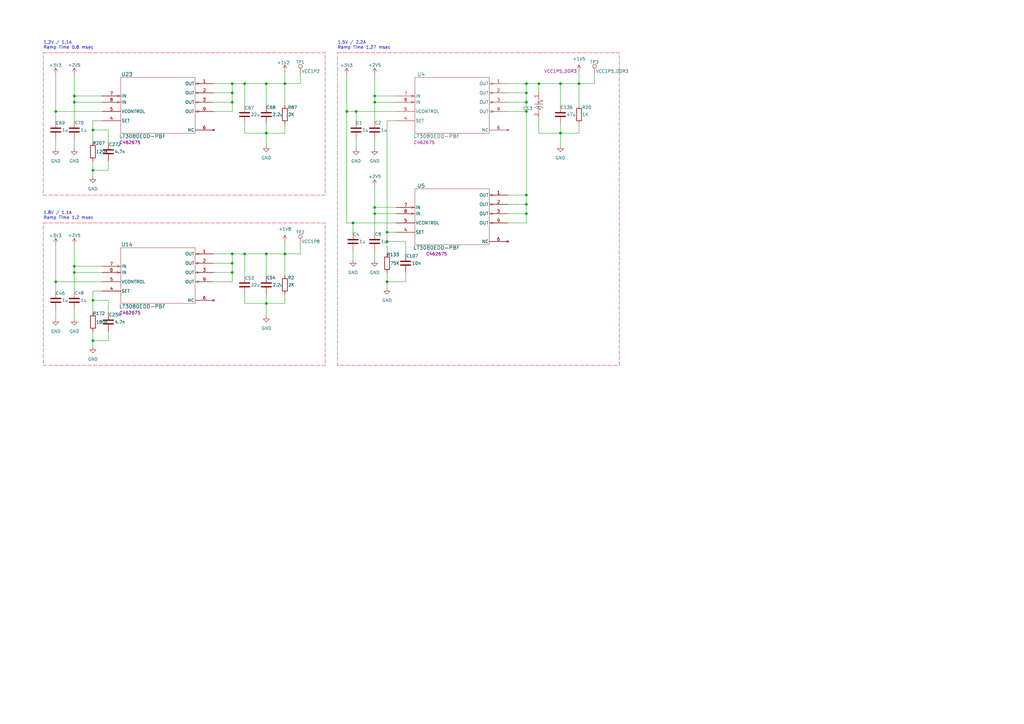
<source format=kicad_sch>
(kicad_sch (version 20230121) (generator eeschema)
  (paper "A3")
  (title_block (title "Shell-Shock Board") (date "2026-02-07") (company "Nordfix") (comment 1 "Power - 1.2V, 1.5V, 1.9V, 9V "))
  (lib_symbols
    (symbol "Connector:TestPoint" (pin_numbers hide) (pin_names (offset 0.762) hide)
      (property "Reference" "TP" (at 0 6.858 0))
      (property "Value" "TestPoint" (at 0 5.08 0))
      (symbol "TestPoint_0_1"
        (circle (center 0 3.302) (radius 0.762))
      )
      (symbol "TestPoint_1_1"
        (pin passive line (at 0 0 90) (length 2.54) (name "1") (number "1"))
      )
    )
    (symbol "Device:C" (pin_numbers hide) (pin_names (offset 0.254))
      (property "Reference" "C" (at 0.635 2.54 0))
      (property "Value" "C" (at 0.635 -2.54 0))
      (symbol "C_0_1"
        (polyline (pts (xy -2.032 -0.762) (xy 2.032 -0.762)) (stroke (width 0.508)))
        (polyline (pts (xy -2.032 0.762) (xy 2.032 0.762)) (stroke (width 0.508)))
      )
      (symbol "C_1_1"
        (pin passive line (at 0 3.81 270) (length 2.794) (name "~") (number "1"))
        (pin passive line (at 0 -3.81 90) (length 2.794) (name "~") (number "2"))
      )
    )
    (symbol "Device:R" (pin_numbers hide) (pin_names (offset 0))
      (property "Reference" "R" (at 2.032 0 90))
      (property "Value" "R" (at 0 0 90))
      (symbol "R_0_1"
        (rectangle (start -1.016 -2.54) (end 1.016 2.54) (stroke (width 0.254)))
      )
      (symbol "R_1_1"
        (pin passive line (at 0 3.81 270) (length 1.27) (name "~") (number "1"))
        (pin passive line (at 0 -3.81 90) (length 1.27) (name "~") (number "2"))
      )
    )
    (symbol "LCSC:T520A107M006ATE070"
      (property "Reference" "C" (at 0 5.08 0))
      (property "Value" "T520A107M006ATE070" (at 0 -5.08 0))
      (symbol "T520A107M006ATE070_0_1"
        (polyline (pts (xy -2.54 0) (xy -0.51 0)))
        (polyline (pts (xy -2.29 1.27) (xy -1.27 1.27)))
        (polyline (pts (xy -1.78 1.78) (xy -1.78 0.76)))
        (polyline (pts (xy -0.51 1.78) (xy -0.51 -1.78)))
        (polyline (pts (xy 0.51 0) (xy 2.54 0)))
        (arc (start 1.15 1.79) (mid 0.4221 0.024) (end 1.13 -1.75))
        (pin input line (at -5.08 0 0) (length 2.54) (name "1") (number "1"))
        (pin input line (at 5.08 0 180) (length 2.54) (name "2") (number "2"))
      )
    )
    (symbol "LT3080:LT3080EDD-PBF" (pin_names (offset 0.254))
      (property "Reference" "U1" (at 10.16 6.35 0))
      (property "Value" "LT3080EDD-PBF" (at 16.51 -19.05 0))
      (symbol "LT3080EDD-PBF_0_1"
        (polyline (pts (xy 7.0993 -5.08) (xy 6.0579 -5.6007)) (stroke (width 0.127)))
        (polyline (pts (xy 7.0993 -5.08) (xy 6.0579 -4.5593)) (stroke (width 0.127)))
        (polyline (pts (xy 7.0993 -2.54) (xy 6.0579 -3.0607)) (stroke (width 0.127)))
        (polyline (pts (xy 7.0993 -2.54) (xy 6.0579 -2.0193)) (stroke (width 0.127)))
        (polyline (pts (xy 7.62 -17.78) (xy 38.1 -17.78)) (stroke (width 0.127)))
        (polyline (pts (xy 7.62 5.08) (xy 7.62 -17.78)) (stroke (width 0.127)))
        (polyline (pts (xy 38.1 -17.78) (xy 38.1 5.08)) (stroke (width 0.127)))
        (polyline (pts (xy 38.1 5.08) (xy 7.62 5.08)) (stroke (width 0.127)))
        (polyline (pts (xy 38.6207 -5.6007) (xy 39.6621 -5.08)) (stroke (width 0.127)))
        (polyline (pts (xy 38.6207 -4.5593) (xy 39.6621 -5.08)) (stroke (width 0.127)))
        (polyline (pts (xy 38.6207 -1.7907) (xy 39.6621 -1.27)) (stroke (width 0.127)))
        (polyline (pts (xy 38.6207 -0.7493) (xy 39.6621 -1.27)) (stroke (width 0.127)))
        (polyline (pts (xy 38.6428 1.9897) (xy 39.6842 2.5104)) (stroke (width 0.127)))
        (polyline (pts (xy 38.6428 3.0311) (xy 39.6842 2.5104)) (stroke (width 0.127)))
        (polyline (pts (xy 38.749 -9.4309) (xy 39.7904 -8.9102)) (stroke (width 0.127)))
        (polyline (pts (xy 38.749 -8.3895) (xy 39.7904 -8.9102)) (stroke (width 0.127)))
        (pin output line (at 45.72 2.54 180) (length 7.62) (name "OUT") (number "1"))
        (pin output line (at 45.72 -1.27 180) (length 7.62) (name "OUT") (number "2"))
        (pin output line (at 45.72 -5.08 180) (length 7.62) (name "OUT") (number "3"))
        (pin input line (at 0 -12.7 0) (length 7.62) (name "SET") (number "4"))
        (pin power_in line (at 0 -8.89 0) (length 7.62) (name "VCONTROL") (number "5"))
        (pin no_connect line (at 45.72 -16.51 180) (length 7.62) (name "NC") (number "6"))
        (pin input line (at 0 -2.54 0) (length 7.62) (name "IN") (number "7"))
        (pin input line (at 0 -5.08 0) (length 7.62) (name "IN") (number "8"))
      )
      (symbol "LT3080EDD-PBF_1_1"
        (pin output line (at 45.72 -8.89 180) (length 7.62) (name "OUT") (number "9"))
      )
    )
    (symbol "LT3080EDD-PBF_1" (pin_names (offset 0.254))
      (property "Reference" "U14" (at 10.16 6.35 0))
      (property "Value" "LT3080EDD-PBF" (at 16.51 -19.05 0))
      (symbol "LT3080EDD-PBF_1_0_1"
        (polyline (pts (xy 7.0993 -5.08) (xy 6.0579 -5.6007)) (stroke (width 0.127)))
        (polyline (pts (xy 7.0993 -5.08) (xy 6.0579 -4.5593)) (stroke (width 0.127)))
        (polyline (pts (xy 7.0993 -2.54) (xy 6.0579 -3.0607)) (stroke (width 0.127)))
        (polyline (pts (xy 7.0993 -2.54) (xy 6.0579 -2.0193)) (stroke (width 0.127)))
        (polyline (pts (xy 7.62 -17.78) (xy 38.1 -17.78)) (stroke (width 0.127)))
        (polyline (pts (xy 7.62 5.08) (xy 7.62 -17.78)) (stroke (width 0.127)))
        (polyline (pts (xy 38.1 -17.78) (xy 38.1 5.08)) (stroke (width 0.127)))
        (polyline (pts (xy 38.1 5.08) (xy 7.62 5.08)) (stroke (width 0.127)))
        (polyline (pts (xy 38.6207 -5.6007) (xy 39.6621 -5.08)) (stroke (width 0.127)))
        (polyline (pts (xy 38.6207 -4.5593) (xy 39.6621 -5.08)) (stroke (width 0.127)))
        (polyline (pts (xy 38.6207 -1.7907) (xy 39.6621 -1.27)) (stroke (width 0.127)))
        (polyline (pts (xy 38.6207 -0.7493) (xy 39.6621 -1.27)) (stroke (width 0.127)))
        (polyline (pts (xy 38.6428 1.9897) (xy 39.6842 2.5104)) (stroke (width 0.127)))
        (polyline (pts (xy 38.6428 3.0311) (xy 39.6842 2.5104)) (stroke (width 0.127)))
        (polyline (pts (xy 38.749 -9.4309) (xy 39.7904 -8.9102)) (stroke (width 0.127)))
        (polyline (pts (xy 38.749 -8.3895) (xy 39.7904 -8.9102)) (stroke (width 0.127)))
        (pin output line (at 45.72 2.54 180) (length 7.62) (name "OUT") (number "1"))
        (pin output line (at 45.72 -1.27 180) (length 7.62) (name "OUT") (number "2"))
        (pin output line (at 45.72 -5.08 180) (length 7.62) (name "OUT") (number "3"))
        (pin input line (at 0 -12.7 0) (length 7.62) (name "SET") (number "4"))
        (pin power_in line (at 0 -8.89 0) (length 7.62) (name "VCONTROL") (number "5"))
        (pin no_connect line (at 45.72 -16.51 180) (length 7.62) (name "NC") (number "6"))
        (pin input line (at 0 -2.54 0) (length 7.62) (name "IN") (number "7"))
        (pin input line (at 0 -5.08 0) (length 7.62) (name "IN") (number "8"))
      )
      (symbol "LT3080EDD-PBF_1_1_1"
        (pin output line (at 45.72 -8.89 180) (length 7.62) (name "OUT") (number "9"))
      )
    )
    (symbol "LT3080EDD-PBF_2" (pin_names (offset 0.254))
      (property "Reference" "U1" (at 10.16 6.35 0))
      (property "Value" "LT3080EDD-PBF" (at 16.51 -19.05 0))
      (symbol "LT3080EDD-PBF_2_0_1"
        (polyline (pts (xy 7.0993 -5.08) (xy 6.0579 -5.6007)) (stroke (width 0.127)))
        (polyline (pts (xy 7.0993 -5.08) (xy 6.0579 -4.5593)) (stroke (width 0.127)))
        (polyline (pts (xy 7.0993 -2.54) (xy 6.0579 -3.0607)) (stroke (width 0.127)))
        (polyline (pts (xy 7.0993 -2.54) (xy 6.0579 -2.0193)) (stroke (width 0.127)))
        (polyline (pts (xy 7.62 -17.78) (xy 38.1 -17.78)) (stroke (width 0.127)))
        (polyline (pts (xy 7.62 5.08) (xy 7.62 -17.78)) (stroke (width 0.127)))
        (polyline (pts (xy 38.1 -17.78) (xy 38.1 5.08)) (stroke (width 0.127)))
        (polyline (pts (xy 38.1 5.08) (xy 7.62 5.08)) (stroke (width 0.127)))
        (polyline (pts (xy 38.6207 -5.6007) (xy 39.6621 -5.08)) (stroke (width 0.127)))
        (polyline (pts (xy 38.6207 -4.5593) (xy 39.6621 -5.08)) (stroke (width 0.127)))
        (polyline (pts (xy 38.6207 -1.7907) (xy 39.6621 -1.27)) (stroke (width 0.127)))
        (polyline (pts (xy 38.6207 -0.7493) (xy 39.6621 -1.27)) (stroke (width 0.127)))
        (polyline (pts (xy 38.6428 1.9897) (xy 39.6842 2.5104)) (stroke (width 0.127)))
        (polyline (pts (xy 38.6428 3.0311) (xy 39.6842 2.5104)) (stroke (width 0.127)))
        (polyline (pts (xy 38.749 -9.4309) (xy 39.7904 -8.9102)) (stroke (width 0.127)))
        (polyline (pts (xy 38.749 -8.3895) (xy 39.7904 -8.9102)) (stroke (width 0.127)))
        (pin output line (at 45.72 2.54 180) (length 7.62) (name "OUT") (number "1"))
        (pin output line (at 45.72 -1.27 180) (length 7.62) (name "OUT") (number "2"))
        (pin output line (at 45.72 -5.08 180) (length 7.62) (name "OUT") (number "3"))
        (pin input line (at 0 -12.7 0) (length 7.62) (name "SET") (number "4"))
        (pin power_in line (at 0 -8.89 0) (length 7.62) (name "VCONTROL") (number "5"))
        (pin no_connect line (at 45.72 -16.51 180) (length 7.62) (name "NC") (number "6"))
        (pin input line (at 0 -2.54 0) (length 7.62) (name "IN") (number "7"))
        (pin input line (at 0 -5.08 0) (length 7.62) (name "IN") (number "8"))
      )
      (symbol "LT3080EDD-PBF_2_1_1"
        (pin output line (at 45.72 -8.89 180) (length 7.62) (name "OUT") (number "9"))
      )
    )
    (symbol "LT3080EDD-PBF_3" (pin_names (offset 0.254))
      (property "Reference" "U1" (at 10.16 6.35 0))
      (property "Value" "LT3080EDD-PBF" (at 16.51 -19.05 0))
      (symbol "LT3080EDD-PBF_3_0_1"
        (polyline (pts (xy 7.0993 -5.08) (xy 6.0579 -5.6007)) (stroke (width 0.127)))
        (polyline (pts (xy 7.0993 -5.08) (xy 6.0579 -4.5593)) (stroke (width 0.127)))
        (polyline (pts (xy 7.0993 -2.54) (xy 6.0579 -3.0607)) (stroke (width 0.127)))
        (polyline (pts (xy 7.0993 -2.54) (xy 6.0579 -2.0193)) (stroke (width 0.127)))
        (polyline (pts (xy 7.62 -17.78) (xy 38.1 -17.78)) (stroke (width 0.127)))
        (polyline (pts (xy 7.62 5.08) (xy 7.62 -17.78)) (stroke (width 0.127)))
        (polyline (pts (xy 38.1 -17.78) (xy 38.1 5.08)) (stroke (width 0.127)))
        (polyline (pts (xy 38.1 5.08) (xy 7.62 5.08)) (stroke (width 0.127)))
        (polyline (pts (xy 38.6207 -5.6007) (xy 39.6621 -5.08)) (stroke (width 0.127)))
        (polyline (pts (xy 38.6207 -4.5593) (xy 39.6621 -5.08)) (stroke (width 0.127)))
        (polyline (pts (xy 38.6207 -1.7907) (xy 39.6621 -1.27)) (stroke (width 0.127)))
        (polyline (pts (xy 38.6207 -0.7493) (xy 39.6621 -1.27)) (stroke (width 0.127)))
        (polyline (pts (xy 38.6428 1.9897) (xy 39.6842 2.5104)) (stroke (width 0.127)))
        (polyline (pts (xy 38.6428 3.0311) (xy 39.6842 2.5104)) (stroke (width 0.127)))
        (polyline (pts (xy 38.749 -9.4309) (xy 39.7904 -8.9102)) (stroke (width 0.127)))
        (polyline (pts (xy 38.749 -8.3895) (xy 39.7904 -8.9102)) (stroke (width 0.127)))
        (pin output line (at 45.72 2.54 180) (length 7.62) (name "OUT") (number "1"))
        (pin output line (at 45.72 -1.27 180) (length 7.62) (name "OUT") (number "2"))
        (pin output line (at 45.72 -5.08 180) (length 7.62) (name "OUT") (number "3"))
        (pin input line (at 0 -12.7 0) (length 7.62) (name "SET") (number "4"))
        (pin power_in line (at 0 -8.89 0) (length 7.62) (name "VCONTROL") (number "5"))
        (pin no_connect line (at 45.72 -16.51 180) (length 7.62) (name "NC") (number "6"))
        (pin input line (at 0 -2.54 0) (length 7.62) (name "IN") (number "7"))
        (pin input line (at 0 -5.08 0) (length 7.62) (name "IN") (number "8"))
      )
      (symbol "LT3080EDD-PBF_3_1_1"
        (pin output line (at 45.72 -8.89 180) (length 7.62) (name "OUT") (number "9"))
      )
    )
    (symbol "power:+1V2" (power) (pin_names (offset 0))
      (property "Value" "+1V2" (at 0 3.556 0))
      (symbol "+1V2_0_1"
        (polyline (pts (xy -0.762 1.27) (xy 0 2.54)))
        (polyline (pts (xy 0 0) (xy 0 2.54)))
        (polyline (pts (xy 0 2.54) (xy 0.762 1.27)))
      )
      (symbol "+1V2_1_1"
        (pin power_in line (at 0 0 90) (length 0) hide (name "+1V2") (number "1"))
      )
    )
    (symbol "power:+1V5" (power) (pin_names (offset 0))
      (property "Value" "+1V5" (at 0 3.556 0))
      (symbol "+1V5_0_1"
        (polyline (pts (xy -0.762 1.27) (xy 0 2.54)))
        (polyline (pts (xy 0 0) (xy 0 2.54)))
        (polyline (pts (xy 0 2.54) (xy 0.762 1.27)))
      )
      (symbol "+1V5_1_1"
        (pin power_in line (at 0 0 90) (length 0) hide (name "+1V5") (number "1"))
      )
    )
    (symbol "power:+1V8" (power) (pin_names (offset 0))
      (property "Value" "+1V8" (at 0 3.556 0))
      (symbol "+1V8_0_1"
        (polyline (pts (xy -0.762 1.27) (xy 0 2.54)))
        (polyline (pts (xy 0 0) (xy 0 2.54)))
        (polyline (pts (xy 0 2.54) (xy 0.762 1.27)))
      )
      (symbol "+1V8_1_1"
        (pin power_in line (at 0 0 90) (length 0) hide (name "+1V8") (number "1"))
      )
    )
    (symbol "power:+2V5" (power) (pin_names (offset 0))
      (property "Value" "+2V5" (at 0 3.556 0))
      (symbol "+2V5_0_1"
        (polyline (pts (xy -0.762 1.27) (xy 0 2.54)))
        (polyline (pts (xy 0 0) (xy 0 2.54)))
        (polyline (pts (xy 0 2.54) (xy 0.762 1.27)))
      )
      (symbol "+2V5_1_1"
        (pin power_in line (at 0 0 90) (length 0) hide (name "+2V5") (number "1"))
      )
    )
    (symbol "power:+3V3" (power) (pin_names (offset 0))
      (property "Value" "+3V3" (at 0 3.556 0))
      (symbol "+3V3_0_1"
        (polyline (pts (xy -0.762 1.27) (xy 0 2.54)))
        (polyline (pts (xy 0 0) (xy 0 2.54)))
        (polyline (pts (xy 0 2.54) (xy 0.762 1.27)))
      )
      (symbol "+3V3_1_1"
        (pin power_in line (at 0 0 90) (length 0) hide (name "+3V3") (number "1"))
      )
    )
    (symbol "power:GND" (power) (pin_names (offset 0))
      (property "Value" "GND" (at 0 -3.81 0))
      (symbol "GND_0_1"
        (polyline (pts (xy 0 0) (xy 0 -1.27) (xy 1.27 -1.27) (xy 0 -2.54) (xy -1.27 -1.27) (xy 0 -1.27)))
      )
      (symbol "GND_1_1"
        (pin power_in line (at 0 0 270) (length 0) hide (name "GND") (number "1"))
      )
    )
  )
  (junction (at 220.98 34.29))
  (junction (at 153.67 85.09))
  (junction (at 109.22 104.14))
  (junction (at 153.67 41.91))
  (junction (at 38.1 139.7))
  (junction (at 109.22 54.61))
  (junction (at 95.25 41.91))
  (junction (at 95.25 38.1))
  (junction (at 95.25 34.29))
  (junction (at 215.9 41.91))
  (junction (at 109.22 124.46))
  (junction (at 237.49 34.29))
  (junction (at 142.24 45.72))
  (junction (at 95.25 111.76))
  (junction (at 109.22 34.29))
  (junction (at 22.86 45.72))
  (junction (at 95.25 107.95))
  (junction (at 158.75 95.25))
  (junction (at 158.75 115.57))
  (junction (at 22.86 115.57))
  (junction (at 100.33 34.29))
  (junction (at 153.67 39.37))
  (junction (at 116.84 104.14))
  (junction (at 215.9 83.82))
  (junction (at 144.78 91.44))
  (junction (at 116.84 34.29))
  (junction (at 95.25 104.14))
  (junction (at 158.75 99.06))
  (junction (at 215.9 38.1))
  (junction (at 38.1 53.34))
  (junction (at 229.87 34.29))
  (junction (at 215.9 45.72))
  (junction (at 30.48 109.22))
  (junction (at 146.05 45.72))
  (junction (at 153.67 87.63))
  (junction (at 30.48 111.76))
  (junction (at 229.87 54.61))
  (junction (at 38.1 69.85))
  (junction (at 38.1 123.19))
  (junction (at 30.48 41.91))
  (junction (at 215.9 34.29))
  (junction (at 215.9 87.63))
  (junction (at 100.33 104.14))
  (junction (at 215.9 80.01))
  (junction (at 30.48 39.37))
  (wire (pts (xy 243.84 34.29) (xy 243.84 30.48)))
  (wire (pts (xy 116.84 104.14) (xy 123.19 104.14)))
  (wire (pts (xy 153.67 41.91) (xy 153.67 49.53)))
  (wire (pts (xy 109.22 104.14) (xy 116.84 104.14)))
  (wire (pts (xy 142.24 45.72) (xy 142.24 91.44)))
  (wire (pts (xy 158.75 115.57) (xy 166.37 115.57)))
  (wire (pts (xy 153.67 102.87) (xy 153.67 106.68)))
  (wire (pts (xy 237.49 34.29) (xy 243.84 34.29)))
  (wire (pts (xy 109.22 54.61) (xy 116.84 54.61)))
  (wire (pts (xy 100.33 34.29) (xy 109.22 34.29)))
  (wire (pts (xy 109.22 129.54) (xy 109.22 124.46)))
  (wire (pts (xy 22.86 45.72) (xy 22.86 49.53)))
  (wire (pts (xy 142.24 30.48) (xy 142.24 45.72)))
  (wire (pts (xy 220.98 34.29) (xy 220.98 38.1)))
  (wire (pts (xy 95.25 107.95) (xy 95.25 111.76)))
  (wire (pts (xy 38.1 123.19) (xy 38.1 119.38)))
  (wire (pts (xy 158.75 49.53) (xy 162.56 49.53)))
  (wire (pts (xy 237.49 50.8) (xy 237.49 54.61)))
  (wire (pts (xy 153.67 85.09) (xy 162.56 85.09)))
  (wire (pts (xy 109.22 59.69) (xy 109.22 54.61)))
  (wire (pts (xy 30.48 39.37) (xy 30.48 41.91)))
  (wire (pts (xy 237.49 34.29) (xy 237.49 43.18)))
  (wire (pts (xy 220.98 48.26) (xy 220.98 54.61)))
  (wire (pts (xy 208.28 41.91) (xy 215.9 41.91)))
  (wire (pts (xy 87.63 38.1) (xy 95.25 38.1)))
  (wire (pts (xy 116.84 34.29) (xy 116.84 43.18)))
  (wire (pts (xy 158.75 115.57) (xy 158.75 118.11)))
  (wire (pts (xy 95.25 107.95) (xy 95.25 104.14)))
  (wire (pts (xy 215.9 45.72) (xy 215.9 80.01)))
  (wire (pts (xy 100.33 34.29) (xy 100.33 43.18)))
  (wire (pts (xy 44.45 128.27) (xy 44.45 123.19)))
  (wire (pts (xy 87.63 107.95) (xy 95.25 107.95)))
  (wire (pts (xy 116.84 99.06) (xy 116.84 104.14)))
  (wire (pts (xy 153.67 87.63) (xy 162.56 87.63)))
  (wire (pts (xy 237.49 29.21) (xy 237.49 34.29)))
  (wire (pts (xy 38.1 128.27) (xy 38.1 123.19)))
  (wire (pts (xy 109.22 34.29) (xy 116.84 34.29)))
  (wire (pts (xy 30.48 39.37) (xy 41.91 39.37)))
  (wire (pts (xy 153.67 39.37) (xy 153.67 30.48)))
  (wire (pts (xy 44.45 69.85) (xy 44.45 66.04)))
  (wire (pts (xy 109.22 104.14) (xy 109.22 113.03)))
  (wire (pts (xy 22.86 57.15) (xy 22.86 60.96)))
  (wire (pts (xy 44.45 53.34) (xy 38.1 53.34)))
  (wire (pts (xy 166.37 115.57) (xy 166.37 111.76)))
  (wire (pts (xy 158.75 99.06) (xy 158.75 95.25)))
  (wire (pts (xy 30.48 109.22) (xy 30.48 100.33)))
  (wire (pts (xy 116.84 34.29) (xy 123.19 34.29)))
  (wire (pts (xy 38.1 69.85) (xy 38.1 72.39)))
  (wire (pts (xy 123.19 104.14) (xy 123.19 100.33)))
  (wire (pts (xy 87.63 115.57) (xy 95.25 115.57)))
  (wire (pts (xy 215.9 38.1) (xy 215.9 34.29)))
  (wire (pts (xy 215.9 34.29) (xy 220.98 34.29)))
  (wire (pts (xy 44.45 139.7) (xy 44.45 135.89)))
  (wire (pts (xy 146.05 45.72) (xy 162.56 45.72)))
  (wire (pts (xy 87.63 45.72) (xy 95.25 45.72)))
  (wire (pts (xy 30.48 39.37) (xy 30.48 30.48)))
  (wire (pts (xy 38.1 58.42) (xy 38.1 53.34)))
  (wire (pts (xy 100.33 104.14) (xy 100.33 113.03)))
  (wire (pts (xy 87.63 111.76) (xy 95.25 111.76)))
  (wire (pts (xy 38.1 135.89) (xy 38.1 139.7)))
  (wire (pts (xy 38.1 119.38) (xy 41.91 119.38)))
  (wire (pts (xy 215.9 38.1) (xy 215.9 41.91)))
  (wire (pts (xy 158.75 95.25) (xy 162.56 95.25)))
  (wire (pts (xy 166.37 99.06) (xy 158.75 99.06)))
  (wire (pts (xy 95.25 104.14) (xy 100.33 104.14)))
  (wire (pts (xy 30.48 41.91) (xy 41.91 41.91)))
  (wire (pts (xy 95.25 38.1) (xy 95.25 41.91)))
  (wire (pts (xy 30.48 57.15) (xy 30.48 60.96)))
  (wire (pts (xy 38.1 69.85) (xy 44.45 69.85)))
  (wire (pts (xy 144.78 102.87) (xy 144.78 106.68)))
  (wire (pts (xy 109.22 34.29) (xy 109.22 43.18)))
  (wire (pts (xy 153.67 41.91) (xy 162.56 41.91)))
  (wire (pts (xy 220.98 34.29) (xy 229.87 34.29)))
  (wire (pts (xy 123.19 34.29) (xy 123.19 30.48)))
  (wire (pts (xy 146.05 45.72) (xy 146.05 49.53)))
  (wire (pts (xy 146.05 45.72) (xy 142.24 45.72)))
  (wire (pts (xy 208.28 80.01) (xy 215.9 80.01)))
  (wire (pts (xy 146.05 57.15) (xy 146.05 60.96)))
  (wire (pts (xy 44.45 123.19) (xy 38.1 123.19)))
  (wire (pts (xy 144.78 91.44) (xy 162.56 91.44)))
  (wire (pts (xy 153.67 87.63) (xy 153.67 95.25)))
  (wire (pts (xy 153.67 57.15) (xy 153.67 60.96)))
  (wire (pts (xy 87.63 41.91) (xy 95.25 41.91)))
  (wire (pts (xy 158.75 49.53) (xy 158.75 95.25)))
  (wire (pts (xy 109.22 124.46) (xy 116.84 124.46)))
  (wire (pts (xy 30.48 111.76) (xy 30.48 119.38)))
  (wire (pts (xy 144.78 91.44) (xy 142.24 91.44)))
  (wire (pts (xy 44.45 58.42) (xy 44.45 53.34)))
  (wire (pts (xy 116.84 104.14) (xy 116.84 113.03)))
  (wire (pts (xy 229.87 54.61) (xy 237.49 54.61)))
  (wire (pts (xy 215.9 83.82) (xy 215.9 87.63)))
  (wire (pts (xy 100.33 50.8) (xy 100.33 54.61)))
  (wire (pts (xy 215.9 41.91) (xy 215.9 45.72)))
  (wire (pts (xy 153.67 39.37) (xy 153.67 41.91)))
  (wire (pts (xy 38.1 139.7) (xy 38.1 142.24)))
  (wire (pts (xy 208.28 34.29) (xy 215.9 34.29)))
  (wire (pts (xy 30.48 109.22) (xy 30.48 111.76)))
  (wire (pts (xy 109.22 50.8) (xy 109.22 54.61)))
  (wire (pts (xy 38.1 139.7) (xy 44.45 139.7)))
  (wire (pts (xy 116.84 50.8) (xy 116.84 54.61)))
  (wire (pts (xy 38.1 49.53) (xy 41.91 49.53)))
  (wire (pts (xy 215.9 83.82) (xy 215.9 80.01)))
  (wire (pts (xy 116.84 120.65) (xy 116.84 124.46)))
  (wire (pts (xy 30.48 109.22) (xy 41.91 109.22)))
  (wire (pts (xy 30.48 41.91) (xy 30.48 49.53)))
  (wire (pts (xy 153.67 39.37) (xy 162.56 39.37)))
  (wire (pts (xy 153.67 85.09) (xy 153.67 76.2)))
  (wire (pts (xy 229.87 34.29) (xy 237.49 34.29)))
  (wire (pts (xy 87.63 104.14) (xy 95.25 104.14)))
  (wire (pts (xy 22.86 127) (xy 22.86 130.81)))
  (wire (pts (xy 109.22 54.61) (xy 100.33 54.61)))
  (wire (pts (xy 30.48 127) (xy 30.48 130.81)))
  (wire (pts (xy 229.87 54.61) (xy 220.98 54.61)))
  (wire (pts (xy 208.28 38.1) (xy 215.9 38.1)))
  (wire (pts (xy 95.25 38.1) (xy 95.25 34.29)))
  (wire (pts (xy 215.9 87.63) (xy 215.9 91.44)))
  (wire (pts (xy 208.28 45.72) (xy 215.9 45.72)))
  (wire (pts (xy 144.78 91.44) (xy 144.78 95.25)))
  (wire (pts (xy 22.86 115.57) (xy 41.91 115.57)))
  (wire (pts (xy 229.87 34.29) (xy 229.87 43.18)))
  (wire (pts (xy 95.25 34.29) (xy 100.33 34.29)))
  (wire (pts (xy 116.84 29.21) (xy 116.84 34.29)))
  (wire (pts (xy 38.1 53.34) (xy 38.1 49.53)))
  (wire (pts (xy 22.86 45.72) (xy 41.91 45.72)))
  (wire (pts (xy 208.28 87.63) (xy 215.9 87.63)))
  (wire (pts (xy 109.22 124.46) (xy 100.33 124.46)))
  (wire (pts (xy 22.86 100.33) (xy 22.86 115.57)))
  (wire (pts (xy 229.87 59.69) (xy 229.87 54.61)))
  (wire (pts (xy 229.87 50.8) (xy 229.87 54.61)))
  (wire (pts (xy 100.33 104.14) (xy 109.22 104.14)))
  (wire (pts (xy 22.86 30.48) (xy 22.86 45.72)))
  (wire (pts (xy 30.48 111.76) (xy 41.91 111.76)))
  (wire (pts (xy 109.22 120.65) (xy 109.22 124.46)))
  (wire (pts (xy 158.75 111.76) (xy 158.75 115.57)))
  (wire (pts (xy 158.75 104.14) (xy 158.75 99.06)))
  (wire (pts (xy 87.63 34.29) (xy 95.25 34.29)))
  (wire (pts (xy 100.33 120.65) (xy 100.33 124.46)))
  (wire (pts (xy 95.25 41.91) (xy 95.25 45.72)))
  (wire (pts (xy 22.86 115.57) (xy 22.86 119.38)))
  (wire (pts (xy 208.28 83.82) (xy 215.9 83.82)))
  (wire (pts (xy 166.37 104.14) (xy 166.37 99.06)))
  (wire (pts (xy 208.28 91.44) (xy 215.9 91.44)))
  (wire (pts (xy 95.25 111.76) (xy 95.25 115.57)))
  (wire (pts (xy 38.1 66.04) (xy 38.1 69.85)))
  (wire (pts (xy 153.67 85.09) (xy 153.67 87.63)))
  (rectangle (start 17.78 91.44) (end 133.35 149.86) (stroke (width 0) (type dash) (color 255 0 7 1)))
  (rectangle (start 138.43 21.59) (end 254 149.86) (stroke (width 0) (type dash) (color 255 0 7 1)))
  (rectangle (start 17.78 21.59) (end 133.35 80.01) (stroke (width 0) (type dash) (color 255 0 7 1)))
  (text "1.2V / 1.1A\nRamp Time 0.8 msec" (at 17.78 20.32 0) (effects (font (size 1.27 1.27)) (justify left bottom)))
  (text "1.8V / 1.1A\nRamp Time 1.2 msec" (at 17.78 90.17 0) (effects (font (size 1.27 1.27)) (justify left bottom)))
  (text "1.5V / 2.2A\nRamp Time 1.27 msec" (at 138.43 20.32 0) (effects (font (size 1.27 1.27)) (justify left bottom)))
  (symbol (lib_id "Device:C") (at 22.86 53.34 0) (unit 1)
    (property "Reference" "C69" (at 22.7954 50.4264 0) (effects (justify left)))
    (property "Value" "1u" (at 25.4 53.34 0) (effects (justify left)))
    (property "Footprint" "Capacitor_SMD:C_0402_1005Metric" (effects hide))
    (property "LCSC" "C14445" (effects hide))
  )
  (symbol (lib_id "Connector:TestPoint") (at 123.19 100.33 0) (unit 1)
    (property "Reference" "TP2" (at 121.2928 95.3138 0) (effects (justify left)))
    (property "Value" "VCC1P8" (at 123.6804 99.051 0) (effects (justify left)))
    (property "Footprint" "TestPoint:TestPoint_Pad_D1.0mm" (effects hide))
  )
  (symbol (lib_id "power:+3V3") (at 22.86 100.33 0) (unit 1)
    (property "Reference" "#PWR08" (effects hide))
    (property "Value" "+3V3" (at 22.7017 96.6376 0))
  )
  (symbol (lib_id "power:GND") (at 30.48 60.96 0) (unit 1)
    (property "Reference" "#PWR06" (effects hide))
    (property "Value" "GND" (at 30.48 66.04 0))
  )
  (symbol (lib_id "power:GND") (at 158.75 118.11 0) (unit 1)
    (property "Reference" "#PWR026" (effects hide))
    (property "Value" "GND" (at 158.75 123.19 0))
  )
  (symbol (lib_id "Device:C") (at 144.78 99.06 0) (unit 1)
    (property "Reference" "C4" (at 144.7154 96.1464 0) (effects (justify left)))
    (property "Value" "1u" (at 147.32 99.06 0) (effects (justify left)))
    (property "Footprint" "Capacitor_SMD:C_0402_1005Metric" (effects hide))
    (property "LCSC" "C14445" (effects hide))
  )
  (symbol (lib_id "Device:C") (at 146.05 53.34 0) (unit 1)
    (property "Reference" "C1" (at 145.9854 50.4264 0) (effects (justify left)))
    (property "Value" "1u" (at 148.59 53.34 0) (effects (justify left)))
    (property "Footprint" "Capacitor_SMD:C_0402_1005Metric" (effects hide))
    (property "LCSC" "C14445" (effects hide))
  )
  (symbol (lib_id "LT3080:LT3080EDD-PBF") (at 162.56 82.55 0) (unit 1)
    (property "Reference" "U5" (at 172.72 76.2 0) (effects (font (size 1.524 1.524))))
    (property "Value" "LT3080EDD-PBF" (at 179.07 101.6 0) (effects (font (size 1.524 1.524))))
    (property "Footprint" "LCSC:DFN-8_L3.0-W3.0-P0.50-BL-EP" (effects hide))
    (property "Datasheet" "https://www.analog.com/media/en/technical-documentation/data-sheets/lt3080.pdf" (effects hide))
    (property "LCSC" "C462675" (at 179.07 104.14 0))
  )
  (symbol (lib_id "Device:C") (at 30.48 53.34 0) (unit 1)
    (property "Reference" "C70" (at 30.545 50.3543 0) (effects (justify left)))
    (property "Value" "1u" (at 33.02 53.34 0) (effects (justify left)))
    (property "Footprint" "Capacitor_SMD:C_0402_1005Metric" (effects hide))
    (property "LCSC" "C14445" (effects hide))
  )
  (symbol (lib_name "LT3080EDD-PBF_2") (lib_id "LT3080:LT3080EDD-PBF") (at 41.91 36.83 0) (unit 1)
    (property "Reference" "U23" (at 52.07 30.48 0) (effects (font (size 1.524 1.524))))
    (property "Value" "LT3080EDD-PBF" (at 58.42 55.88 0) (effects (font (size 1.524 1.524))))
    (property "Footprint" "LCSC:DFN-8_L3.0-W3.0-P0.50-BL-EP" (effects hide))
    (property "Datasheet" "https://www.analog.com/media/en/technical-documentation/data-sheets/lt3080.pdf" (effects hide))
    (property "LCSC" "C462675" (at 53.34 58.42 0))
  )
  (symbol (lib_name "LT3080EDD-PBF_3") (lib_id "LT3080:LT3080EDD-PBF") (at 162.56 36.83 0) (unit 1)
    (property "Reference" "U4" (at 172.72 30.48 0) (effects (font (size 1.524 1.524))))
    (property "Value" "LT3080EDD-PBF" (at 179.07 55.88 0) (effects (font (size 1.524 1.524))))
    (property "Footprint" "LCSC:DFN-8_L3.0-W3.0-P0.50-BL-EP" (effects hide))
    (property "Datasheet" "https://www.analog.com/media/en/technical-documentation/data-sheets/lt3080.pdf" (effects hide))
    (property "LCSC" "C462675" (at 173.99 58.42 0))
  )
  (symbol (lib_id "Device:C") (at 100.33 46.99 0) (unit 1)
    (property "Reference" "C67" (at 100.3752 44.2114 0) (effects (justify left)))
    (property "Value" "22u" (at 102.87 46.99 0) (effects (justify left)))
    (property "Footprint" "Capacitor_SMD:C_0805_2012Metric" (effects hide))
    (property "LCSC" "C602037" (effects hide))
  )
  (symbol (lib_id "power:GND") (at 153.67 106.68 0) (unit 1)
    (property "Reference" "#PWR025" (effects hide))
    (property "Value" "GND" (at 153.67 111.76 0))
  )
  (symbol (lib_id "power:GND") (at 22.86 130.81 0) (unit 1)
    (property "Reference" "#PWR09" (effects hide))
    (property "Value" "GND" (at 22.86 135.89 0))
  )
  (symbol (lib_id "Device:C") (at 44.45 62.23 0) (unit 1)
    (property "Reference" "C272" (at 44.6026 59.2574 0) (effects (justify left)))
    (property "Value" "4.7n" (at 46.99 62.23 0) (effects (justify left)))
    (property "Footprint" "Capacitor_SMD:C_0402_1005Metric" (effects hide))
    (property "LCSC" "C106208" (effects hide))
  )
  (symbol (lib_id "power:+2V5") (at 30.48 100.33 0) (unit 1)
    (property "Reference" "#PWR010" (effects hide))
    (property "Value" "+2V5" (at 30.48 96.52 0))
  )
  (symbol (lib_id "LCSC:T520A107M006ATE070") (at 220.98 43.18 270) (unit 1)
    (property "Reference" "C13" (at 218.44 44.45 90) (effects (justify right)))
    (property "Value" "T520A107M006ATE070" (effects hide))
    (property "Footprint" "easyeda2kicad:CAP-SMD_L3.2-W1.6" (effects hide))
    (property "Datasheet" "https://lcsc.com/product-detail/presales_KEMET-T520A107M006ATE070_C561794.html" (effects hide))
    (property "LCSC Part" "C561794" (effects hide))
  )
  (symbol (lib_id "power:+3V3") (at 22.86 30.48 0) (unit 1)
    (property "Reference" "#PWR02" (effects hide))
    (property "Value" "+3V3" (at 22.7017 26.7876 0))
  )
  (symbol (lib_id "Device:C") (at 44.45 132.08 0) (unit 1)
    (property "Reference" "C234" (at 44.6026 129.1074 0) (effects (justify left)))
    (property "Value" "4.7n" (at 46.99 132.08 0) (effects (justify left)))
    (property "Footprint" "Capacitor_SMD:C_0402_1005Metric" (effects hide))
    (property "LCSC" "C106208" (effects hide))
  )
  (symbol (lib_id "power:GND") (at 144.78 106.68 0) (unit 1)
    (property "Reference" "#PWR023" (effects hide))
    (property "Value" "GND" (at 144.78 111.76 0))
  )
  (symbol (lib_id "power:GND") (at 30.48 130.81 0) (unit 1)
    (property "Reference" "#PWR011" (effects hide))
    (property "Value" "GND" (at 30.48 135.89 0))
  )
  (symbol (lib_id "Device:C") (at 153.67 99.06 0) (unit 1)
    (property "Reference" "C8" (at 153.735 96.0743 0) (effects (justify left)))
    (property "Value" "1u" (at 156.21 99.06 0) (effects (justify left)))
    (property "Footprint" "Capacitor_SMD:C_0402_1005Metric" (effects hide))
    (property "LCSC" "C14445" (effects hide))
  )
  (symbol (lib_id "power:GND") (at 38.1 72.39 0) (unit 1)
    (property "Reference" "#PWR07" (effects hide))
    (property "Value" "GND" (at 38.1 77.47 0))
  )
  (symbol (lib_id "Device:R") (at 116.84 46.99 0) (unit 1)
    (property "Reference" "R87" (at 118.0228 44.0557 0) (effects (justify left)))
    (property "Value" "2K" (at 118.11 46.99 0) (effects (justify left)))
    (property "Footprint" "Resistor_SMD:R_0402_1005Metric" (effects hide))
    (property "LCSC" "C2909344" (effects hide))
  )
  (symbol (lib_id "power:GND") (at 109.22 129.54 0) (unit 1)
    (property "Reference" "#PWR013" (effects hide))
    (property "Value" "GND" (at 109.22 134.62 0))
  )
  (symbol (lib_id "Device:C") (at 30.48 123.19 0) (unit 1)
    (property "Reference" "C48" (at 30.545 120.2043 0) (effects (justify left)))
    (property "Value" "1u" (at 33.02 123.19 0) (effects (justify left)))
    (property "Footprint" "Capacitor_SMD:C_0402_1005Metric" (effects hide))
    (property "LCSC" "C14445" (effects hide))
  )
  (symbol (lib_id "power:+1V2") (at 116.84 29.21 0) (unit 1)
    (property "Reference" "#PWR04" (effects hide))
    (property "Value" "+1V2" (at 116.2341 25.708 0))
  )
  (symbol (lib_id "Device:C") (at 109.22 116.84 0) (unit 1)
    (property "Reference" "C54" (at 109.199 113.9057 0) (effects (justify left)))
    (property "Value" "2.2u" (at 111.76 116.84 0) (effects (justify left)))
    (property "Footprint" "Capacitor_SMD:C_0402_1005Metric" (effects hide))
    (property "LCSC" "C170151" (effects hide))
  )
  (symbol (lib_id "power:GND") (at 38.1 142.24 0) (unit 1)
    (property "Reference" "#PWR012" (effects hide))
    (property "Value" "GND" (at 38.1 147.32 0))
  )
  (symbol (lib_id "power:GND") (at 22.86 60.96 0) (unit 1)
    (property "Reference" "#PWR01" (effects hide))
    (property "Value" "GND" (at 22.86 66.04 0))
  )
  (symbol (lib_id "Connector:TestPoint") (at 123.19 30.48 0) (unit 1)
    (property "Reference" "TP1" (at 121.2928 25.4638 0) (effects (justify left)))
    (property "Value" "VCC1P2" (at 123.6804 29.201 0) (effects (justify left)))
    (property "Footprint" "TestPoint:TestPoint_Pad_D1.0mm" (effects hide))
  )
  (symbol (lib_id "Device:C") (at 229.87 46.99 0) (unit 1)
    (property "Reference" "C136" (at 229.849 44.0557 0) (effects (justify left)))
    (property "Value" "47u" (at 232.41 46.99 0) (effects (justify left)))
    (property "Footprint" "Capacitor_SMD:C_0805_2012Metric" (effects hide))
    (property "LCSC" "C16780" (effects hide))
  )
  (symbol (lib_id "power:GND") (at 109.22 59.69 0) (unit 1)
    (property "Reference" "#PWR03" (effects hide))
    (property "Value" "GND" (at 109.22 64.77 0))
  )
  (symbol (lib_id "power:+1V8") (at 116.84 99.06 0) (unit 1)
    (property "Reference" "#PWR014" (effects hide))
    (property "Value" "+1V8" (at 116.84 93.98 0))
  )
  (symbol (lib_id "Device:C") (at 166.37 107.95 0) (unit 1)
    (property "Reference" "C107" (at 166.5226 104.9774 0) (effects (justify left)))
    (property "Value" "10n" (at 168.91 107.95 0) (effects (justify left)))
    (property "Footprint" "Capacitor_SMD:C_0402_1005Metric" (effects hide))
    (property "LCSC" "C15195" (effects hide))
  )
  (symbol (lib_id "Device:R") (at 38.1 62.23 0) (unit 1)
    (property "Reference" "R207" (at 38.0063 58.7167 0) (effects (justify left)))
    (property "Value" "120K" (at 39.37 62.23 0) (effects (justify left)))
    (property "Footprint" "Resistor_SMD:R_0402_1005Metric" (effects hide))
    (property "LCSC" "C2909314" (effects hide))
  )
  (symbol (lib_id "power:GND") (at 146.05 60.96 0) (unit 1)
    (property "Reference" "#PWR016" (effects hide))
    (property "Value" "GND" (at 146.05 66.04 0))
  )
  (symbol (lib_id "Device:R") (at 116.84 116.84 0) (unit 1)
    (property "Reference" "R2" (at 118.0228 113.9057 0) (effects (justify left)))
    (property "Value" "2K" (at 118.11 116.84 0) (effects (justify left)))
    (property "Footprint" "Resistor_SMD:R_0402_1005Metric" (effects hide))
    (property "LCSC" "C2909344" (effects hide))
  )
  (symbol (lib_id "power:+3V3") (at 142.24 30.48 0) (unit 1)
    (property "Reference" "#PWR015" (effects hide))
    (property "Value" "+3V3" (at 142.0817 26.7876 0))
  )
  (symbol (lib_id "power:+2V5") (at 153.67 76.2 0) (unit 1)
    (property "Reference" "#PWR024" (effects hide))
    (property "Value" "+2V5" (at 153.67 72.39 0))
  )
  (symbol (lib_id "power:+2V5") (at 30.48 30.48 0) (unit 1)
    (property "Reference" "#PWR05" (effects hide))
    (property "Value" "+2V5" (at 30.48 26.67 0))
  )
  (symbol (lib_id "power:+1V5") (at 237.49 29.21 0) (unit 1)
    (property "Reference" "#PWR021" (effects hide))
    (property "Value" "+1V5" (at 237.49 24.13 0))
    (property "Field4" "VCC1P5_DDR3" (at 229.87 29.21 0))
  )
  (symbol (lib_id "Device:C") (at 22.86 123.19 0) (unit 1)
    (property "Reference" "C46" (at 22.7954 120.2764 0) (effects (justify left)))
    (property "Value" "1u" (at 25.4 123.19 0) (effects (justify left)))
    (property "Footprint" "Capacitor_SMD:C_0402_1005Metric" (effects hide))
    (property "LCSC" "C14445" (effects hide))
  )
  (symbol (lib_id "Device:C") (at 109.22 46.99 0) (unit 1)
    (property "Reference" "C68" (at 109.199 44.0557 0) (effects (justify left)))
    (property "Value" "2.2u" (at 111.76 46.99 0) (effects (justify left)))
    (property "Footprint" "Capacitor_SMD:C_0402_1005Metric" (effects hide))
    (property "LCSC" "C170151" (effects hide))
  )
  (symbol (lib_id "Device:R") (at 237.49 46.99 0) (unit 1)
    (property "Reference" "R20" (at 238.6728 44.0557 0) (effects (justify left)))
    (property "Value" "1K" (at 238.76 46.99 0) (effects (justify left)))
    (property "Footprint" "Resistor_SMD:R_0402_1005Metric" (effects hide))
    (property "LCSC" "C106235" (effects hide))
  )
  (symbol (lib_id "power:GND") (at 229.87 59.69 0) (unit 1)
    (property "Reference" "#PWR020" (effects hide))
    (property "Value" "GND" (at 229.87 64.77 0))
  )
  (symbol (lib_id "Connector:TestPoint") (at 243.84 30.48 0) (unit 1)
    (property "Reference" "TP3" (at 241.9428 25.4638 0) (effects (justify left)))
    (property "Value" "VCC1P5_DDR3" (at 244.3304 29.201 0) (effects (justify left)))
    (property "Footprint" "TestPoint:TestPoint_Pad_D1.0mm" (effects hide))
  )
  (symbol (lib_id "power:+2V5") (at 153.67 30.48 0) (unit 1)
    (property "Reference" "#PWR017" (effects hide))
    (property "Value" "+2V5" (at 153.67 26.67 0))
  )
  (symbol (lib_name "LT3080EDD-PBF_1") (lib_id "LT3080:LT3080EDD-PBF") (at 41.91 106.68 0) (unit 1)
    (property "Reference" "U14" (at 52.07 100.33 0) (effects (font (size 1.524 1.524))))
    (property "Value" "LT3080EDD-PBF" (at 58.42 125.73 0) (effects (font (size 1.524 1.524))))
    (property "Footprint" "LCSC:DFN-8_L3.0-W3.0-P0.50-BL-EP" (effects hide))
    (property "Datasheet" "https://www.analog.com/media/en/technical-documentation/data-sheets/lt3080.pdf" (effects hide))
    (property "LCSC" "C462675" (at 53.34 128.27 0))
  )
  (symbol (lib_id "Device:C") (at 153.67 53.34 0) (unit 1)
    (property "Reference" "C2" (at 153.735 50.3543 0) (effects (justify left)))
    (property "Value" "1u" (at 156.21 53.34 0) (effects (justify left)))
    (property "Footprint" "Capacitor_SMD:C_0402_1005Metric" (effects hide))
    (property "LCSC" "C14445" (effects hide))
  )
  (symbol (lib_id "Device:C") (at 100.33 116.84 0) (unit 1)
    (property "Reference" "C53" (at 100.3752 114.0614 0) (effects (justify left)))
    (property "Value" "22u" (at 102.87 116.84 0) (effects (justify left)))
    (property "Footprint" "Capacitor_SMD:C_0805_2012Metric" (effects hide))
    (property "LCSC" "C602037" (effects hide))
  )
  (symbol (lib_id "power:GND") (at 153.67 60.96 0) (unit 1)
    (property "Reference" "#PWR018" (effects hide))
    (property "Value" "GND" (at 153.67 66.04 0))
  )
  (symbol (lib_id "Device:R") (at 38.1 132.08 0) (unit 1)
    (property "Reference" "R172" (at 38.0063 128.5667 0) (effects (justify left)))
    (property "Value" "180K" (at 39.37 132.08 0) (effects (justify left)))
    (property "Footprint" "Resistor_SMD:R_0402_1005Metric" (effects hide))
    (property "LCSC" "C138046" (effects hide))
  )
  (symbol (lib_id "Device:R") (at 158.75 107.95 0) (unit 1)
    (property "Reference" "R133" (at 158.6563 104.4367 0) (effects (justify left)))
    (property "Value" "75K" (at 160.02 107.95 0) (effects (justify left)))
    (property "Footprint" "Resistor_SMD:R_0402_1005Metric" (effects hide))
    (property "LCSC" "C2909383" (effects hide))
  )
)
</source>
